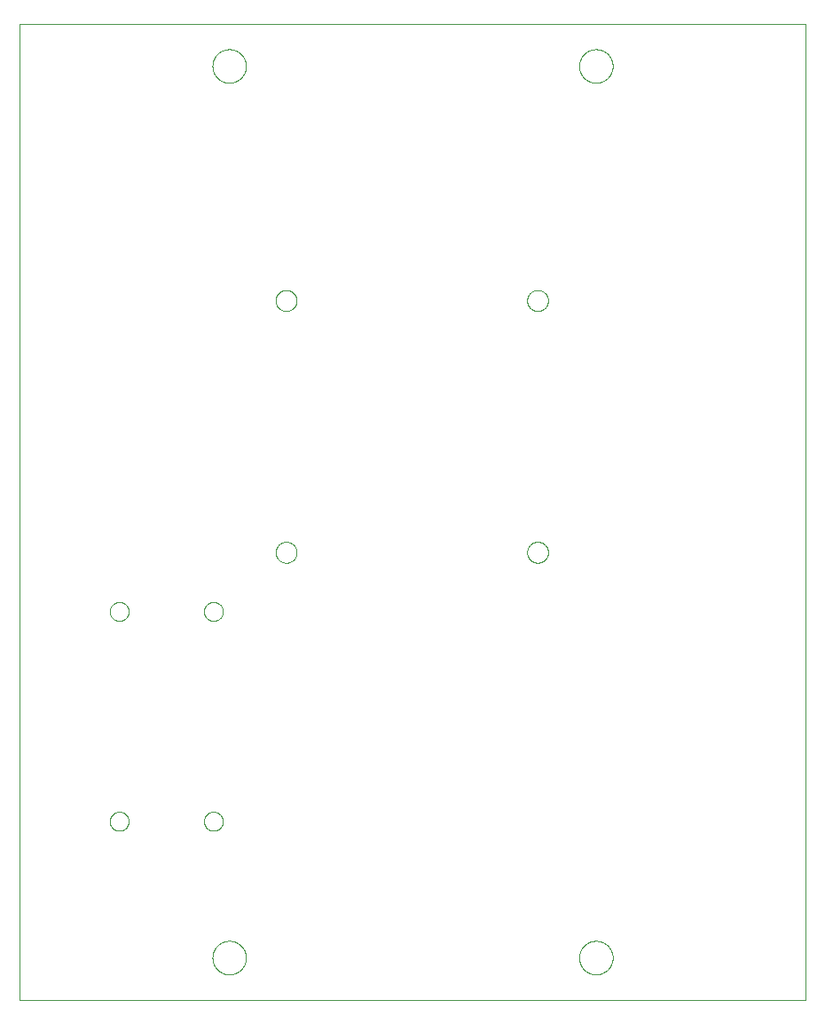
<source format=gbp>
G75*
%MOIN*%
%OFA0B0*%
%FSLAX25Y25*%
%IPPOS*%
%LPD*%
%AMOC8*
5,1,8,0,0,1.08239X$1,22.5*
%
%ADD10C,0.00000*%
D10*
X0001600Y0001600D02*
X0001600Y0367742D01*
X0296876Y0367742D01*
X0296876Y0001600D01*
X0001600Y0001600D01*
X0035468Y0068529D02*
X0035470Y0068648D01*
X0035476Y0068766D01*
X0035486Y0068884D01*
X0035500Y0069002D01*
X0035517Y0069119D01*
X0035539Y0069236D01*
X0035565Y0069352D01*
X0035594Y0069467D01*
X0035627Y0069581D01*
X0035664Y0069693D01*
X0035705Y0069805D01*
X0035750Y0069915D01*
X0035798Y0070023D01*
X0035850Y0070130D01*
X0035905Y0070235D01*
X0035964Y0070338D01*
X0036026Y0070439D01*
X0036091Y0070538D01*
X0036160Y0070635D01*
X0036232Y0070729D01*
X0036307Y0070821D01*
X0036385Y0070910D01*
X0036466Y0070997D01*
X0036550Y0071081D01*
X0036637Y0071162D01*
X0036726Y0071240D01*
X0036818Y0071315D01*
X0036912Y0071387D01*
X0037009Y0071456D01*
X0037108Y0071521D01*
X0037209Y0071583D01*
X0037312Y0071642D01*
X0037417Y0071697D01*
X0037524Y0071749D01*
X0037632Y0071797D01*
X0037742Y0071842D01*
X0037854Y0071883D01*
X0037966Y0071920D01*
X0038080Y0071953D01*
X0038195Y0071982D01*
X0038311Y0072008D01*
X0038428Y0072030D01*
X0038545Y0072047D01*
X0038663Y0072061D01*
X0038781Y0072071D01*
X0038899Y0072077D01*
X0039018Y0072079D01*
X0039137Y0072077D01*
X0039255Y0072071D01*
X0039373Y0072061D01*
X0039491Y0072047D01*
X0039608Y0072030D01*
X0039725Y0072008D01*
X0039841Y0071982D01*
X0039956Y0071953D01*
X0040070Y0071920D01*
X0040182Y0071883D01*
X0040294Y0071842D01*
X0040404Y0071797D01*
X0040512Y0071749D01*
X0040619Y0071697D01*
X0040724Y0071642D01*
X0040827Y0071583D01*
X0040928Y0071521D01*
X0041027Y0071456D01*
X0041124Y0071387D01*
X0041218Y0071315D01*
X0041310Y0071240D01*
X0041399Y0071162D01*
X0041486Y0071081D01*
X0041570Y0070997D01*
X0041651Y0070910D01*
X0041729Y0070821D01*
X0041804Y0070729D01*
X0041876Y0070635D01*
X0041945Y0070538D01*
X0042010Y0070439D01*
X0042072Y0070338D01*
X0042131Y0070235D01*
X0042186Y0070130D01*
X0042238Y0070023D01*
X0042286Y0069915D01*
X0042331Y0069805D01*
X0042372Y0069693D01*
X0042409Y0069581D01*
X0042442Y0069467D01*
X0042471Y0069352D01*
X0042497Y0069236D01*
X0042519Y0069119D01*
X0042536Y0069002D01*
X0042550Y0068884D01*
X0042560Y0068766D01*
X0042566Y0068648D01*
X0042568Y0068529D01*
X0042566Y0068410D01*
X0042560Y0068292D01*
X0042550Y0068174D01*
X0042536Y0068056D01*
X0042519Y0067939D01*
X0042497Y0067822D01*
X0042471Y0067706D01*
X0042442Y0067591D01*
X0042409Y0067477D01*
X0042372Y0067365D01*
X0042331Y0067253D01*
X0042286Y0067143D01*
X0042238Y0067035D01*
X0042186Y0066928D01*
X0042131Y0066823D01*
X0042072Y0066720D01*
X0042010Y0066619D01*
X0041945Y0066520D01*
X0041876Y0066423D01*
X0041804Y0066329D01*
X0041729Y0066237D01*
X0041651Y0066148D01*
X0041570Y0066061D01*
X0041486Y0065977D01*
X0041399Y0065896D01*
X0041310Y0065818D01*
X0041218Y0065743D01*
X0041124Y0065671D01*
X0041027Y0065602D01*
X0040928Y0065537D01*
X0040827Y0065475D01*
X0040724Y0065416D01*
X0040619Y0065361D01*
X0040512Y0065309D01*
X0040404Y0065261D01*
X0040294Y0065216D01*
X0040182Y0065175D01*
X0040070Y0065138D01*
X0039956Y0065105D01*
X0039841Y0065076D01*
X0039725Y0065050D01*
X0039608Y0065028D01*
X0039491Y0065011D01*
X0039373Y0064997D01*
X0039255Y0064987D01*
X0039137Y0064981D01*
X0039018Y0064979D01*
X0038899Y0064981D01*
X0038781Y0064987D01*
X0038663Y0064997D01*
X0038545Y0065011D01*
X0038428Y0065028D01*
X0038311Y0065050D01*
X0038195Y0065076D01*
X0038080Y0065105D01*
X0037966Y0065138D01*
X0037854Y0065175D01*
X0037742Y0065216D01*
X0037632Y0065261D01*
X0037524Y0065309D01*
X0037417Y0065361D01*
X0037312Y0065416D01*
X0037209Y0065475D01*
X0037108Y0065537D01*
X0037009Y0065602D01*
X0036912Y0065671D01*
X0036818Y0065743D01*
X0036726Y0065818D01*
X0036637Y0065896D01*
X0036550Y0065977D01*
X0036466Y0066061D01*
X0036385Y0066148D01*
X0036307Y0066237D01*
X0036232Y0066329D01*
X0036160Y0066423D01*
X0036091Y0066520D01*
X0036026Y0066619D01*
X0035964Y0066720D01*
X0035905Y0066823D01*
X0035850Y0066928D01*
X0035798Y0067035D01*
X0035750Y0067143D01*
X0035705Y0067253D01*
X0035664Y0067365D01*
X0035627Y0067477D01*
X0035594Y0067591D01*
X0035565Y0067706D01*
X0035539Y0067822D01*
X0035517Y0067939D01*
X0035500Y0068056D01*
X0035486Y0068174D01*
X0035476Y0068292D01*
X0035470Y0068410D01*
X0035468Y0068529D01*
X0070868Y0068529D02*
X0070870Y0068648D01*
X0070876Y0068766D01*
X0070886Y0068884D01*
X0070900Y0069002D01*
X0070917Y0069119D01*
X0070939Y0069236D01*
X0070965Y0069352D01*
X0070994Y0069467D01*
X0071027Y0069581D01*
X0071064Y0069693D01*
X0071105Y0069805D01*
X0071150Y0069915D01*
X0071198Y0070023D01*
X0071250Y0070130D01*
X0071305Y0070235D01*
X0071364Y0070338D01*
X0071426Y0070439D01*
X0071491Y0070538D01*
X0071560Y0070635D01*
X0071632Y0070729D01*
X0071707Y0070821D01*
X0071785Y0070910D01*
X0071866Y0070997D01*
X0071950Y0071081D01*
X0072037Y0071162D01*
X0072126Y0071240D01*
X0072218Y0071315D01*
X0072312Y0071387D01*
X0072409Y0071456D01*
X0072508Y0071521D01*
X0072609Y0071583D01*
X0072712Y0071642D01*
X0072817Y0071697D01*
X0072924Y0071749D01*
X0073032Y0071797D01*
X0073142Y0071842D01*
X0073254Y0071883D01*
X0073366Y0071920D01*
X0073480Y0071953D01*
X0073595Y0071982D01*
X0073711Y0072008D01*
X0073828Y0072030D01*
X0073945Y0072047D01*
X0074063Y0072061D01*
X0074181Y0072071D01*
X0074299Y0072077D01*
X0074418Y0072079D01*
X0074537Y0072077D01*
X0074655Y0072071D01*
X0074773Y0072061D01*
X0074891Y0072047D01*
X0075008Y0072030D01*
X0075125Y0072008D01*
X0075241Y0071982D01*
X0075356Y0071953D01*
X0075470Y0071920D01*
X0075582Y0071883D01*
X0075694Y0071842D01*
X0075804Y0071797D01*
X0075912Y0071749D01*
X0076019Y0071697D01*
X0076124Y0071642D01*
X0076227Y0071583D01*
X0076328Y0071521D01*
X0076427Y0071456D01*
X0076524Y0071387D01*
X0076618Y0071315D01*
X0076710Y0071240D01*
X0076799Y0071162D01*
X0076886Y0071081D01*
X0076970Y0070997D01*
X0077051Y0070910D01*
X0077129Y0070821D01*
X0077204Y0070729D01*
X0077276Y0070635D01*
X0077345Y0070538D01*
X0077410Y0070439D01*
X0077472Y0070338D01*
X0077531Y0070235D01*
X0077586Y0070130D01*
X0077638Y0070023D01*
X0077686Y0069915D01*
X0077731Y0069805D01*
X0077772Y0069693D01*
X0077809Y0069581D01*
X0077842Y0069467D01*
X0077871Y0069352D01*
X0077897Y0069236D01*
X0077919Y0069119D01*
X0077936Y0069002D01*
X0077950Y0068884D01*
X0077960Y0068766D01*
X0077966Y0068648D01*
X0077968Y0068529D01*
X0077966Y0068410D01*
X0077960Y0068292D01*
X0077950Y0068174D01*
X0077936Y0068056D01*
X0077919Y0067939D01*
X0077897Y0067822D01*
X0077871Y0067706D01*
X0077842Y0067591D01*
X0077809Y0067477D01*
X0077772Y0067365D01*
X0077731Y0067253D01*
X0077686Y0067143D01*
X0077638Y0067035D01*
X0077586Y0066928D01*
X0077531Y0066823D01*
X0077472Y0066720D01*
X0077410Y0066619D01*
X0077345Y0066520D01*
X0077276Y0066423D01*
X0077204Y0066329D01*
X0077129Y0066237D01*
X0077051Y0066148D01*
X0076970Y0066061D01*
X0076886Y0065977D01*
X0076799Y0065896D01*
X0076710Y0065818D01*
X0076618Y0065743D01*
X0076524Y0065671D01*
X0076427Y0065602D01*
X0076328Y0065537D01*
X0076227Y0065475D01*
X0076124Y0065416D01*
X0076019Y0065361D01*
X0075912Y0065309D01*
X0075804Y0065261D01*
X0075694Y0065216D01*
X0075582Y0065175D01*
X0075470Y0065138D01*
X0075356Y0065105D01*
X0075241Y0065076D01*
X0075125Y0065050D01*
X0075008Y0065028D01*
X0074891Y0065011D01*
X0074773Y0064997D01*
X0074655Y0064987D01*
X0074537Y0064981D01*
X0074418Y0064979D01*
X0074299Y0064981D01*
X0074181Y0064987D01*
X0074063Y0064997D01*
X0073945Y0065011D01*
X0073828Y0065028D01*
X0073711Y0065050D01*
X0073595Y0065076D01*
X0073480Y0065105D01*
X0073366Y0065138D01*
X0073254Y0065175D01*
X0073142Y0065216D01*
X0073032Y0065261D01*
X0072924Y0065309D01*
X0072817Y0065361D01*
X0072712Y0065416D01*
X0072609Y0065475D01*
X0072508Y0065537D01*
X0072409Y0065602D01*
X0072312Y0065671D01*
X0072218Y0065743D01*
X0072126Y0065818D01*
X0072037Y0065896D01*
X0071950Y0065977D01*
X0071866Y0066061D01*
X0071785Y0066148D01*
X0071707Y0066237D01*
X0071632Y0066329D01*
X0071560Y0066423D01*
X0071491Y0066520D01*
X0071426Y0066619D01*
X0071364Y0066720D01*
X0071305Y0066823D01*
X0071250Y0066928D01*
X0071198Y0067035D01*
X0071150Y0067143D01*
X0071105Y0067253D01*
X0071064Y0067365D01*
X0071027Y0067477D01*
X0070994Y0067591D01*
X0070965Y0067706D01*
X0070939Y0067822D01*
X0070917Y0067939D01*
X0070900Y0068056D01*
X0070886Y0068174D01*
X0070876Y0068292D01*
X0070870Y0068410D01*
X0070868Y0068529D01*
X0074041Y0017348D02*
X0074043Y0017506D01*
X0074049Y0017664D01*
X0074059Y0017822D01*
X0074073Y0017980D01*
X0074091Y0018137D01*
X0074112Y0018294D01*
X0074138Y0018450D01*
X0074168Y0018606D01*
X0074201Y0018761D01*
X0074239Y0018914D01*
X0074280Y0019067D01*
X0074325Y0019219D01*
X0074374Y0019370D01*
X0074427Y0019519D01*
X0074483Y0019667D01*
X0074543Y0019813D01*
X0074607Y0019958D01*
X0074675Y0020101D01*
X0074746Y0020243D01*
X0074820Y0020383D01*
X0074898Y0020520D01*
X0074980Y0020656D01*
X0075064Y0020790D01*
X0075153Y0020921D01*
X0075244Y0021050D01*
X0075339Y0021177D01*
X0075436Y0021302D01*
X0075537Y0021424D01*
X0075641Y0021543D01*
X0075748Y0021660D01*
X0075858Y0021774D01*
X0075971Y0021885D01*
X0076086Y0021994D01*
X0076204Y0022099D01*
X0076325Y0022201D01*
X0076448Y0022301D01*
X0076574Y0022397D01*
X0076702Y0022490D01*
X0076832Y0022580D01*
X0076965Y0022666D01*
X0077100Y0022750D01*
X0077236Y0022829D01*
X0077375Y0022906D01*
X0077516Y0022978D01*
X0077658Y0023048D01*
X0077802Y0023113D01*
X0077948Y0023175D01*
X0078095Y0023233D01*
X0078244Y0023288D01*
X0078394Y0023339D01*
X0078545Y0023386D01*
X0078697Y0023429D01*
X0078850Y0023468D01*
X0079005Y0023504D01*
X0079160Y0023535D01*
X0079316Y0023563D01*
X0079472Y0023587D01*
X0079629Y0023607D01*
X0079787Y0023623D01*
X0079944Y0023635D01*
X0080103Y0023643D01*
X0080261Y0023647D01*
X0080419Y0023647D01*
X0080577Y0023643D01*
X0080736Y0023635D01*
X0080893Y0023623D01*
X0081051Y0023607D01*
X0081208Y0023587D01*
X0081364Y0023563D01*
X0081520Y0023535D01*
X0081675Y0023504D01*
X0081830Y0023468D01*
X0081983Y0023429D01*
X0082135Y0023386D01*
X0082286Y0023339D01*
X0082436Y0023288D01*
X0082585Y0023233D01*
X0082732Y0023175D01*
X0082878Y0023113D01*
X0083022Y0023048D01*
X0083164Y0022978D01*
X0083305Y0022906D01*
X0083444Y0022829D01*
X0083580Y0022750D01*
X0083715Y0022666D01*
X0083848Y0022580D01*
X0083978Y0022490D01*
X0084106Y0022397D01*
X0084232Y0022301D01*
X0084355Y0022201D01*
X0084476Y0022099D01*
X0084594Y0021994D01*
X0084709Y0021885D01*
X0084822Y0021774D01*
X0084932Y0021660D01*
X0085039Y0021543D01*
X0085143Y0021424D01*
X0085244Y0021302D01*
X0085341Y0021177D01*
X0085436Y0021050D01*
X0085527Y0020921D01*
X0085616Y0020790D01*
X0085700Y0020656D01*
X0085782Y0020520D01*
X0085860Y0020383D01*
X0085934Y0020243D01*
X0086005Y0020101D01*
X0086073Y0019958D01*
X0086137Y0019813D01*
X0086197Y0019667D01*
X0086253Y0019519D01*
X0086306Y0019370D01*
X0086355Y0019219D01*
X0086400Y0019067D01*
X0086441Y0018914D01*
X0086479Y0018761D01*
X0086512Y0018606D01*
X0086542Y0018450D01*
X0086568Y0018294D01*
X0086589Y0018137D01*
X0086607Y0017980D01*
X0086621Y0017822D01*
X0086631Y0017664D01*
X0086637Y0017506D01*
X0086639Y0017348D01*
X0086637Y0017190D01*
X0086631Y0017032D01*
X0086621Y0016874D01*
X0086607Y0016716D01*
X0086589Y0016559D01*
X0086568Y0016402D01*
X0086542Y0016246D01*
X0086512Y0016090D01*
X0086479Y0015935D01*
X0086441Y0015782D01*
X0086400Y0015629D01*
X0086355Y0015477D01*
X0086306Y0015326D01*
X0086253Y0015177D01*
X0086197Y0015029D01*
X0086137Y0014883D01*
X0086073Y0014738D01*
X0086005Y0014595D01*
X0085934Y0014453D01*
X0085860Y0014313D01*
X0085782Y0014176D01*
X0085700Y0014040D01*
X0085616Y0013906D01*
X0085527Y0013775D01*
X0085436Y0013646D01*
X0085341Y0013519D01*
X0085244Y0013394D01*
X0085143Y0013272D01*
X0085039Y0013153D01*
X0084932Y0013036D01*
X0084822Y0012922D01*
X0084709Y0012811D01*
X0084594Y0012702D01*
X0084476Y0012597D01*
X0084355Y0012495D01*
X0084232Y0012395D01*
X0084106Y0012299D01*
X0083978Y0012206D01*
X0083848Y0012116D01*
X0083715Y0012030D01*
X0083580Y0011946D01*
X0083444Y0011867D01*
X0083305Y0011790D01*
X0083164Y0011718D01*
X0083022Y0011648D01*
X0082878Y0011583D01*
X0082732Y0011521D01*
X0082585Y0011463D01*
X0082436Y0011408D01*
X0082286Y0011357D01*
X0082135Y0011310D01*
X0081983Y0011267D01*
X0081830Y0011228D01*
X0081675Y0011192D01*
X0081520Y0011161D01*
X0081364Y0011133D01*
X0081208Y0011109D01*
X0081051Y0011089D01*
X0080893Y0011073D01*
X0080736Y0011061D01*
X0080577Y0011053D01*
X0080419Y0011049D01*
X0080261Y0011049D01*
X0080103Y0011053D01*
X0079944Y0011061D01*
X0079787Y0011073D01*
X0079629Y0011089D01*
X0079472Y0011109D01*
X0079316Y0011133D01*
X0079160Y0011161D01*
X0079005Y0011192D01*
X0078850Y0011228D01*
X0078697Y0011267D01*
X0078545Y0011310D01*
X0078394Y0011357D01*
X0078244Y0011408D01*
X0078095Y0011463D01*
X0077948Y0011521D01*
X0077802Y0011583D01*
X0077658Y0011648D01*
X0077516Y0011718D01*
X0077375Y0011790D01*
X0077236Y0011867D01*
X0077100Y0011946D01*
X0076965Y0012030D01*
X0076832Y0012116D01*
X0076702Y0012206D01*
X0076574Y0012299D01*
X0076448Y0012395D01*
X0076325Y0012495D01*
X0076204Y0012597D01*
X0076086Y0012702D01*
X0075971Y0012811D01*
X0075858Y0012922D01*
X0075748Y0013036D01*
X0075641Y0013153D01*
X0075537Y0013272D01*
X0075436Y0013394D01*
X0075339Y0013519D01*
X0075244Y0013646D01*
X0075153Y0013775D01*
X0075064Y0013906D01*
X0074980Y0014040D01*
X0074898Y0014176D01*
X0074820Y0014313D01*
X0074746Y0014453D01*
X0074675Y0014595D01*
X0074607Y0014738D01*
X0074543Y0014883D01*
X0074483Y0015029D01*
X0074427Y0015177D01*
X0074374Y0015326D01*
X0074325Y0015477D01*
X0074280Y0015629D01*
X0074239Y0015782D01*
X0074201Y0015935D01*
X0074168Y0016090D01*
X0074138Y0016246D01*
X0074112Y0016402D01*
X0074091Y0016559D01*
X0074073Y0016716D01*
X0074059Y0016874D01*
X0074049Y0017032D01*
X0074043Y0017190D01*
X0074041Y0017348D01*
X0070868Y0147269D02*
X0070870Y0147388D01*
X0070876Y0147506D01*
X0070886Y0147624D01*
X0070900Y0147742D01*
X0070917Y0147859D01*
X0070939Y0147976D01*
X0070965Y0148092D01*
X0070994Y0148207D01*
X0071027Y0148321D01*
X0071064Y0148433D01*
X0071105Y0148545D01*
X0071150Y0148655D01*
X0071198Y0148763D01*
X0071250Y0148870D01*
X0071305Y0148975D01*
X0071364Y0149078D01*
X0071426Y0149179D01*
X0071491Y0149278D01*
X0071560Y0149375D01*
X0071632Y0149469D01*
X0071707Y0149561D01*
X0071785Y0149650D01*
X0071866Y0149737D01*
X0071950Y0149821D01*
X0072037Y0149902D01*
X0072126Y0149980D01*
X0072218Y0150055D01*
X0072312Y0150127D01*
X0072409Y0150196D01*
X0072508Y0150261D01*
X0072609Y0150323D01*
X0072712Y0150382D01*
X0072817Y0150437D01*
X0072924Y0150489D01*
X0073032Y0150537D01*
X0073142Y0150582D01*
X0073254Y0150623D01*
X0073366Y0150660D01*
X0073480Y0150693D01*
X0073595Y0150722D01*
X0073711Y0150748D01*
X0073828Y0150770D01*
X0073945Y0150787D01*
X0074063Y0150801D01*
X0074181Y0150811D01*
X0074299Y0150817D01*
X0074418Y0150819D01*
X0074537Y0150817D01*
X0074655Y0150811D01*
X0074773Y0150801D01*
X0074891Y0150787D01*
X0075008Y0150770D01*
X0075125Y0150748D01*
X0075241Y0150722D01*
X0075356Y0150693D01*
X0075470Y0150660D01*
X0075582Y0150623D01*
X0075694Y0150582D01*
X0075804Y0150537D01*
X0075912Y0150489D01*
X0076019Y0150437D01*
X0076124Y0150382D01*
X0076227Y0150323D01*
X0076328Y0150261D01*
X0076427Y0150196D01*
X0076524Y0150127D01*
X0076618Y0150055D01*
X0076710Y0149980D01*
X0076799Y0149902D01*
X0076886Y0149821D01*
X0076970Y0149737D01*
X0077051Y0149650D01*
X0077129Y0149561D01*
X0077204Y0149469D01*
X0077276Y0149375D01*
X0077345Y0149278D01*
X0077410Y0149179D01*
X0077472Y0149078D01*
X0077531Y0148975D01*
X0077586Y0148870D01*
X0077638Y0148763D01*
X0077686Y0148655D01*
X0077731Y0148545D01*
X0077772Y0148433D01*
X0077809Y0148321D01*
X0077842Y0148207D01*
X0077871Y0148092D01*
X0077897Y0147976D01*
X0077919Y0147859D01*
X0077936Y0147742D01*
X0077950Y0147624D01*
X0077960Y0147506D01*
X0077966Y0147388D01*
X0077968Y0147269D01*
X0077966Y0147150D01*
X0077960Y0147032D01*
X0077950Y0146914D01*
X0077936Y0146796D01*
X0077919Y0146679D01*
X0077897Y0146562D01*
X0077871Y0146446D01*
X0077842Y0146331D01*
X0077809Y0146217D01*
X0077772Y0146105D01*
X0077731Y0145993D01*
X0077686Y0145883D01*
X0077638Y0145775D01*
X0077586Y0145668D01*
X0077531Y0145563D01*
X0077472Y0145460D01*
X0077410Y0145359D01*
X0077345Y0145260D01*
X0077276Y0145163D01*
X0077204Y0145069D01*
X0077129Y0144977D01*
X0077051Y0144888D01*
X0076970Y0144801D01*
X0076886Y0144717D01*
X0076799Y0144636D01*
X0076710Y0144558D01*
X0076618Y0144483D01*
X0076524Y0144411D01*
X0076427Y0144342D01*
X0076328Y0144277D01*
X0076227Y0144215D01*
X0076124Y0144156D01*
X0076019Y0144101D01*
X0075912Y0144049D01*
X0075804Y0144001D01*
X0075694Y0143956D01*
X0075582Y0143915D01*
X0075470Y0143878D01*
X0075356Y0143845D01*
X0075241Y0143816D01*
X0075125Y0143790D01*
X0075008Y0143768D01*
X0074891Y0143751D01*
X0074773Y0143737D01*
X0074655Y0143727D01*
X0074537Y0143721D01*
X0074418Y0143719D01*
X0074299Y0143721D01*
X0074181Y0143727D01*
X0074063Y0143737D01*
X0073945Y0143751D01*
X0073828Y0143768D01*
X0073711Y0143790D01*
X0073595Y0143816D01*
X0073480Y0143845D01*
X0073366Y0143878D01*
X0073254Y0143915D01*
X0073142Y0143956D01*
X0073032Y0144001D01*
X0072924Y0144049D01*
X0072817Y0144101D01*
X0072712Y0144156D01*
X0072609Y0144215D01*
X0072508Y0144277D01*
X0072409Y0144342D01*
X0072312Y0144411D01*
X0072218Y0144483D01*
X0072126Y0144558D01*
X0072037Y0144636D01*
X0071950Y0144717D01*
X0071866Y0144801D01*
X0071785Y0144888D01*
X0071707Y0144977D01*
X0071632Y0145069D01*
X0071560Y0145163D01*
X0071491Y0145260D01*
X0071426Y0145359D01*
X0071364Y0145460D01*
X0071305Y0145563D01*
X0071250Y0145668D01*
X0071198Y0145775D01*
X0071150Y0145883D01*
X0071105Y0145993D01*
X0071064Y0146105D01*
X0071027Y0146217D01*
X0070994Y0146331D01*
X0070965Y0146446D01*
X0070939Y0146562D01*
X0070917Y0146679D01*
X0070900Y0146796D01*
X0070886Y0146914D01*
X0070876Y0147032D01*
X0070870Y0147150D01*
X0070868Y0147269D01*
X0035468Y0147269D02*
X0035470Y0147388D01*
X0035476Y0147506D01*
X0035486Y0147624D01*
X0035500Y0147742D01*
X0035517Y0147859D01*
X0035539Y0147976D01*
X0035565Y0148092D01*
X0035594Y0148207D01*
X0035627Y0148321D01*
X0035664Y0148433D01*
X0035705Y0148545D01*
X0035750Y0148655D01*
X0035798Y0148763D01*
X0035850Y0148870D01*
X0035905Y0148975D01*
X0035964Y0149078D01*
X0036026Y0149179D01*
X0036091Y0149278D01*
X0036160Y0149375D01*
X0036232Y0149469D01*
X0036307Y0149561D01*
X0036385Y0149650D01*
X0036466Y0149737D01*
X0036550Y0149821D01*
X0036637Y0149902D01*
X0036726Y0149980D01*
X0036818Y0150055D01*
X0036912Y0150127D01*
X0037009Y0150196D01*
X0037108Y0150261D01*
X0037209Y0150323D01*
X0037312Y0150382D01*
X0037417Y0150437D01*
X0037524Y0150489D01*
X0037632Y0150537D01*
X0037742Y0150582D01*
X0037854Y0150623D01*
X0037966Y0150660D01*
X0038080Y0150693D01*
X0038195Y0150722D01*
X0038311Y0150748D01*
X0038428Y0150770D01*
X0038545Y0150787D01*
X0038663Y0150801D01*
X0038781Y0150811D01*
X0038899Y0150817D01*
X0039018Y0150819D01*
X0039137Y0150817D01*
X0039255Y0150811D01*
X0039373Y0150801D01*
X0039491Y0150787D01*
X0039608Y0150770D01*
X0039725Y0150748D01*
X0039841Y0150722D01*
X0039956Y0150693D01*
X0040070Y0150660D01*
X0040182Y0150623D01*
X0040294Y0150582D01*
X0040404Y0150537D01*
X0040512Y0150489D01*
X0040619Y0150437D01*
X0040724Y0150382D01*
X0040827Y0150323D01*
X0040928Y0150261D01*
X0041027Y0150196D01*
X0041124Y0150127D01*
X0041218Y0150055D01*
X0041310Y0149980D01*
X0041399Y0149902D01*
X0041486Y0149821D01*
X0041570Y0149737D01*
X0041651Y0149650D01*
X0041729Y0149561D01*
X0041804Y0149469D01*
X0041876Y0149375D01*
X0041945Y0149278D01*
X0042010Y0149179D01*
X0042072Y0149078D01*
X0042131Y0148975D01*
X0042186Y0148870D01*
X0042238Y0148763D01*
X0042286Y0148655D01*
X0042331Y0148545D01*
X0042372Y0148433D01*
X0042409Y0148321D01*
X0042442Y0148207D01*
X0042471Y0148092D01*
X0042497Y0147976D01*
X0042519Y0147859D01*
X0042536Y0147742D01*
X0042550Y0147624D01*
X0042560Y0147506D01*
X0042566Y0147388D01*
X0042568Y0147269D01*
X0042566Y0147150D01*
X0042560Y0147032D01*
X0042550Y0146914D01*
X0042536Y0146796D01*
X0042519Y0146679D01*
X0042497Y0146562D01*
X0042471Y0146446D01*
X0042442Y0146331D01*
X0042409Y0146217D01*
X0042372Y0146105D01*
X0042331Y0145993D01*
X0042286Y0145883D01*
X0042238Y0145775D01*
X0042186Y0145668D01*
X0042131Y0145563D01*
X0042072Y0145460D01*
X0042010Y0145359D01*
X0041945Y0145260D01*
X0041876Y0145163D01*
X0041804Y0145069D01*
X0041729Y0144977D01*
X0041651Y0144888D01*
X0041570Y0144801D01*
X0041486Y0144717D01*
X0041399Y0144636D01*
X0041310Y0144558D01*
X0041218Y0144483D01*
X0041124Y0144411D01*
X0041027Y0144342D01*
X0040928Y0144277D01*
X0040827Y0144215D01*
X0040724Y0144156D01*
X0040619Y0144101D01*
X0040512Y0144049D01*
X0040404Y0144001D01*
X0040294Y0143956D01*
X0040182Y0143915D01*
X0040070Y0143878D01*
X0039956Y0143845D01*
X0039841Y0143816D01*
X0039725Y0143790D01*
X0039608Y0143768D01*
X0039491Y0143751D01*
X0039373Y0143737D01*
X0039255Y0143727D01*
X0039137Y0143721D01*
X0039018Y0143719D01*
X0038899Y0143721D01*
X0038781Y0143727D01*
X0038663Y0143737D01*
X0038545Y0143751D01*
X0038428Y0143768D01*
X0038311Y0143790D01*
X0038195Y0143816D01*
X0038080Y0143845D01*
X0037966Y0143878D01*
X0037854Y0143915D01*
X0037742Y0143956D01*
X0037632Y0144001D01*
X0037524Y0144049D01*
X0037417Y0144101D01*
X0037312Y0144156D01*
X0037209Y0144215D01*
X0037108Y0144277D01*
X0037009Y0144342D01*
X0036912Y0144411D01*
X0036818Y0144483D01*
X0036726Y0144558D01*
X0036637Y0144636D01*
X0036550Y0144717D01*
X0036466Y0144801D01*
X0036385Y0144888D01*
X0036307Y0144977D01*
X0036232Y0145069D01*
X0036160Y0145163D01*
X0036091Y0145260D01*
X0036026Y0145359D01*
X0035964Y0145460D01*
X0035905Y0145563D01*
X0035850Y0145668D01*
X0035798Y0145775D01*
X0035750Y0145883D01*
X0035705Y0145993D01*
X0035664Y0146105D01*
X0035627Y0146217D01*
X0035594Y0146331D01*
X0035565Y0146446D01*
X0035539Y0146562D01*
X0035517Y0146679D01*
X0035500Y0146796D01*
X0035486Y0146914D01*
X0035476Y0147032D01*
X0035470Y0147150D01*
X0035468Y0147269D01*
X0097801Y0169474D02*
X0097803Y0169599D01*
X0097809Y0169724D01*
X0097819Y0169848D01*
X0097833Y0169972D01*
X0097850Y0170096D01*
X0097872Y0170219D01*
X0097898Y0170341D01*
X0097927Y0170463D01*
X0097960Y0170583D01*
X0097998Y0170702D01*
X0098038Y0170821D01*
X0098083Y0170937D01*
X0098131Y0171052D01*
X0098183Y0171166D01*
X0098239Y0171278D01*
X0098298Y0171388D01*
X0098360Y0171496D01*
X0098426Y0171603D01*
X0098495Y0171707D01*
X0098568Y0171808D01*
X0098643Y0171908D01*
X0098722Y0172005D01*
X0098804Y0172099D01*
X0098889Y0172191D01*
X0098976Y0172280D01*
X0099067Y0172366D01*
X0099160Y0172449D01*
X0099256Y0172530D01*
X0099354Y0172607D01*
X0099454Y0172681D01*
X0099557Y0172752D01*
X0099662Y0172819D01*
X0099770Y0172884D01*
X0099879Y0172944D01*
X0099990Y0173002D01*
X0100103Y0173055D01*
X0100217Y0173105D01*
X0100333Y0173152D01*
X0100450Y0173194D01*
X0100569Y0173233D01*
X0100689Y0173269D01*
X0100810Y0173300D01*
X0100932Y0173328D01*
X0101054Y0173351D01*
X0101178Y0173371D01*
X0101302Y0173387D01*
X0101426Y0173399D01*
X0101551Y0173407D01*
X0101676Y0173411D01*
X0101800Y0173411D01*
X0101925Y0173407D01*
X0102050Y0173399D01*
X0102174Y0173387D01*
X0102298Y0173371D01*
X0102422Y0173351D01*
X0102544Y0173328D01*
X0102666Y0173300D01*
X0102787Y0173269D01*
X0102907Y0173233D01*
X0103026Y0173194D01*
X0103143Y0173152D01*
X0103259Y0173105D01*
X0103373Y0173055D01*
X0103486Y0173002D01*
X0103597Y0172944D01*
X0103707Y0172884D01*
X0103814Y0172819D01*
X0103919Y0172752D01*
X0104022Y0172681D01*
X0104122Y0172607D01*
X0104220Y0172530D01*
X0104316Y0172449D01*
X0104409Y0172366D01*
X0104500Y0172280D01*
X0104587Y0172191D01*
X0104672Y0172099D01*
X0104754Y0172005D01*
X0104833Y0171908D01*
X0104908Y0171808D01*
X0104981Y0171707D01*
X0105050Y0171603D01*
X0105116Y0171496D01*
X0105178Y0171388D01*
X0105237Y0171278D01*
X0105293Y0171166D01*
X0105345Y0171052D01*
X0105393Y0170937D01*
X0105438Y0170821D01*
X0105478Y0170702D01*
X0105516Y0170583D01*
X0105549Y0170463D01*
X0105578Y0170341D01*
X0105604Y0170219D01*
X0105626Y0170096D01*
X0105643Y0169972D01*
X0105657Y0169848D01*
X0105667Y0169724D01*
X0105673Y0169599D01*
X0105675Y0169474D01*
X0105673Y0169349D01*
X0105667Y0169224D01*
X0105657Y0169100D01*
X0105643Y0168976D01*
X0105626Y0168852D01*
X0105604Y0168729D01*
X0105578Y0168607D01*
X0105549Y0168485D01*
X0105516Y0168365D01*
X0105478Y0168246D01*
X0105438Y0168127D01*
X0105393Y0168011D01*
X0105345Y0167896D01*
X0105293Y0167782D01*
X0105237Y0167670D01*
X0105178Y0167560D01*
X0105116Y0167452D01*
X0105050Y0167345D01*
X0104981Y0167241D01*
X0104908Y0167140D01*
X0104833Y0167040D01*
X0104754Y0166943D01*
X0104672Y0166849D01*
X0104587Y0166757D01*
X0104500Y0166668D01*
X0104409Y0166582D01*
X0104316Y0166499D01*
X0104220Y0166418D01*
X0104122Y0166341D01*
X0104022Y0166267D01*
X0103919Y0166196D01*
X0103814Y0166129D01*
X0103706Y0166064D01*
X0103597Y0166004D01*
X0103486Y0165946D01*
X0103373Y0165893D01*
X0103259Y0165843D01*
X0103143Y0165796D01*
X0103026Y0165754D01*
X0102907Y0165715D01*
X0102787Y0165679D01*
X0102666Y0165648D01*
X0102544Y0165620D01*
X0102422Y0165597D01*
X0102298Y0165577D01*
X0102174Y0165561D01*
X0102050Y0165549D01*
X0101925Y0165541D01*
X0101800Y0165537D01*
X0101676Y0165537D01*
X0101551Y0165541D01*
X0101426Y0165549D01*
X0101302Y0165561D01*
X0101178Y0165577D01*
X0101054Y0165597D01*
X0100932Y0165620D01*
X0100810Y0165648D01*
X0100689Y0165679D01*
X0100569Y0165715D01*
X0100450Y0165754D01*
X0100333Y0165796D01*
X0100217Y0165843D01*
X0100103Y0165893D01*
X0099990Y0165946D01*
X0099879Y0166004D01*
X0099769Y0166064D01*
X0099662Y0166129D01*
X0099557Y0166196D01*
X0099454Y0166267D01*
X0099354Y0166341D01*
X0099256Y0166418D01*
X0099160Y0166499D01*
X0099067Y0166582D01*
X0098976Y0166668D01*
X0098889Y0166757D01*
X0098804Y0166849D01*
X0098722Y0166943D01*
X0098643Y0167040D01*
X0098568Y0167140D01*
X0098495Y0167241D01*
X0098426Y0167345D01*
X0098360Y0167452D01*
X0098298Y0167560D01*
X0098239Y0167670D01*
X0098183Y0167782D01*
X0098131Y0167896D01*
X0098083Y0168011D01*
X0098038Y0168127D01*
X0097998Y0168246D01*
X0097960Y0168365D01*
X0097927Y0168485D01*
X0097898Y0168607D01*
X0097872Y0168729D01*
X0097850Y0168852D01*
X0097833Y0168976D01*
X0097819Y0169100D01*
X0097809Y0169224D01*
X0097803Y0169349D01*
X0097801Y0169474D01*
X0097801Y0263962D02*
X0097803Y0264087D01*
X0097809Y0264212D01*
X0097819Y0264336D01*
X0097833Y0264460D01*
X0097850Y0264584D01*
X0097872Y0264707D01*
X0097898Y0264829D01*
X0097927Y0264951D01*
X0097960Y0265071D01*
X0097998Y0265190D01*
X0098038Y0265309D01*
X0098083Y0265425D01*
X0098131Y0265540D01*
X0098183Y0265654D01*
X0098239Y0265766D01*
X0098298Y0265876D01*
X0098360Y0265984D01*
X0098426Y0266091D01*
X0098495Y0266195D01*
X0098568Y0266296D01*
X0098643Y0266396D01*
X0098722Y0266493D01*
X0098804Y0266587D01*
X0098889Y0266679D01*
X0098976Y0266768D01*
X0099067Y0266854D01*
X0099160Y0266937D01*
X0099256Y0267018D01*
X0099354Y0267095D01*
X0099454Y0267169D01*
X0099557Y0267240D01*
X0099662Y0267307D01*
X0099770Y0267372D01*
X0099879Y0267432D01*
X0099990Y0267490D01*
X0100103Y0267543D01*
X0100217Y0267593D01*
X0100333Y0267640D01*
X0100450Y0267682D01*
X0100569Y0267721D01*
X0100689Y0267757D01*
X0100810Y0267788D01*
X0100932Y0267816D01*
X0101054Y0267839D01*
X0101178Y0267859D01*
X0101302Y0267875D01*
X0101426Y0267887D01*
X0101551Y0267895D01*
X0101676Y0267899D01*
X0101800Y0267899D01*
X0101925Y0267895D01*
X0102050Y0267887D01*
X0102174Y0267875D01*
X0102298Y0267859D01*
X0102422Y0267839D01*
X0102544Y0267816D01*
X0102666Y0267788D01*
X0102787Y0267757D01*
X0102907Y0267721D01*
X0103026Y0267682D01*
X0103143Y0267640D01*
X0103259Y0267593D01*
X0103373Y0267543D01*
X0103486Y0267490D01*
X0103597Y0267432D01*
X0103707Y0267372D01*
X0103814Y0267307D01*
X0103919Y0267240D01*
X0104022Y0267169D01*
X0104122Y0267095D01*
X0104220Y0267018D01*
X0104316Y0266937D01*
X0104409Y0266854D01*
X0104500Y0266768D01*
X0104587Y0266679D01*
X0104672Y0266587D01*
X0104754Y0266493D01*
X0104833Y0266396D01*
X0104908Y0266296D01*
X0104981Y0266195D01*
X0105050Y0266091D01*
X0105116Y0265984D01*
X0105178Y0265876D01*
X0105237Y0265766D01*
X0105293Y0265654D01*
X0105345Y0265540D01*
X0105393Y0265425D01*
X0105438Y0265309D01*
X0105478Y0265190D01*
X0105516Y0265071D01*
X0105549Y0264951D01*
X0105578Y0264829D01*
X0105604Y0264707D01*
X0105626Y0264584D01*
X0105643Y0264460D01*
X0105657Y0264336D01*
X0105667Y0264212D01*
X0105673Y0264087D01*
X0105675Y0263962D01*
X0105673Y0263837D01*
X0105667Y0263712D01*
X0105657Y0263588D01*
X0105643Y0263464D01*
X0105626Y0263340D01*
X0105604Y0263217D01*
X0105578Y0263095D01*
X0105549Y0262973D01*
X0105516Y0262853D01*
X0105478Y0262734D01*
X0105438Y0262615D01*
X0105393Y0262499D01*
X0105345Y0262384D01*
X0105293Y0262270D01*
X0105237Y0262158D01*
X0105178Y0262048D01*
X0105116Y0261940D01*
X0105050Y0261833D01*
X0104981Y0261729D01*
X0104908Y0261628D01*
X0104833Y0261528D01*
X0104754Y0261431D01*
X0104672Y0261337D01*
X0104587Y0261245D01*
X0104500Y0261156D01*
X0104409Y0261070D01*
X0104316Y0260987D01*
X0104220Y0260906D01*
X0104122Y0260829D01*
X0104022Y0260755D01*
X0103919Y0260684D01*
X0103814Y0260617D01*
X0103706Y0260552D01*
X0103597Y0260492D01*
X0103486Y0260434D01*
X0103373Y0260381D01*
X0103259Y0260331D01*
X0103143Y0260284D01*
X0103026Y0260242D01*
X0102907Y0260203D01*
X0102787Y0260167D01*
X0102666Y0260136D01*
X0102544Y0260108D01*
X0102422Y0260085D01*
X0102298Y0260065D01*
X0102174Y0260049D01*
X0102050Y0260037D01*
X0101925Y0260029D01*
X0101800Y0260025D01*
X0101676Y0260025D01*
X0101551Y0260029D01*
X0101426Y0260037D01*
X0101302Y0260049D01*
X0101178Y0260065D01*
X0101054Y0260085D01*
X0100932Y0260108D01*
X0100810Y0260136D01*
X0100689Y0260167D01*
X0100569Y0260203D01*
X0100450Y0260242D01*
X0100333Y0260284D01*
X0100217Y0260331D01*
X0100103Y0260381D01*
X0099990Y0260434D01*
X0099879Y0260492D01*
X0099769Y0260552D01*
X0099662Y0260617D01*
X0099557Y0260684D01*
X0099454Y0260755D01*
X0099354Y0260829D01*
X0099256Y0260906D01*
X0099160Y0260987D01*
X0099067Y0261070D01*
X0098976Y0261156D01*
X0098889Y0261245D01*
X0098804Y0261337D01*
X0098722Y0261431D01*
X0098643Y0261528D01*
X0098568Y0261628D01*
X0098495Y0261729D01*
X0098426Y0261833D01*
X0098360Y0261940D01*
X0098298Y0262048D01*
X0098239Y0262158D01*
X0098183Y0262270D01*
X0098131Y0262384D01*
X0098083Y0262499D01*
X0098038Y0262615D01*
X0097998Y0262734D01*
X0097960Y0262853D01*
X0097927Y0262973D01*
X0097898Y0263095D01*
X0097872Y0263217D01*
X0097850Y0263340D01*
X0097833Y0263464D01*
X0097819Y0263588D01*
X0097809Y0263712D01*
X0097803Y0263837D01*
X0097801Y0263962D01*
X0074041Y0351994D02*
X0074043Y0352152D01*
X0074049Y0352310D01*
X0074059Y0352468D01*
X0074073Y0352626D01*
X0074091Y0352783D01*
X0074112Y0352940D01*
X0074138Y0353096D01*
X0074168Y0353252D01*
X0074201Y0353407D01*
X0074239Y0353560D01*
X0074280Y0353713D01*
X0074325Y0353865D01*
X0074374Y0354016D01*
X0074427Y0354165D01*
X0074483Y0354313D01*
X0074543Y0354459D01*
X0074607Y0354604D01*
X0074675Y0354747D01*
X0074746Y0354889D01*
X0074820Y0355029D01*
X0074898Y0355166D01*
X0074980Y0355302D01*
X0075064Y0355436D01*
X0075153Y0355567D01*
X0075244Y0355696D01*
X0075339Y0355823D01*
X0075436Y0355948D01*
X0075537Y0356070D01*
X0075641Y0356189D01*
X0075748Y0356306D01*
X0075858Y0356420D01*
X0075971Y0356531D01*
X0076086Y0356640D01*
X0076204Y0356745D01*
X0076325Y0356847D01*
X0076448Y0356947D01*
X0076574Y0357043D01*
X0076702Y0357136D01*
X0076832Y0357226D01*
X0076965Y0357312D01*
X0077100Y0357396D01*
X0077236Y0357475D01*
X0077375Y0357552D01*
X0077516Y0357624D01*
X0077658Y0357694D01*
X0077802Y0357759D01*
X0077948Y0357821D01*
X0078095Y0357879D01*
X0078244Y0357934D01*
X0078394Y0357985D01*
X0078545Y0358032D01*
X0078697Y0358075D01*
X0078850Y0358114D01*
X0079005Y0358150D01*
X0079160Y0358181D01*
X0079316Y0358209D01*
X0079472Y0358233D01*
X0079629Y0358253D01*
X0079787Y0358269D01*
X0079944Y0358281D01*
X0080103Y0358289D01*
X0080261Y0358293D01*
X0080419Y0358293D01*
X0080577Y0358289D01*
X0080736Y0358281D01*
X0080893Y0358269D01*
X0081051Y0358253D01*
X0081208Y0358233D01*
X0081364Y0358209D01*
X0081520Y0358181D01*
X0081675Y0358150D01*
X0081830Y0358114D01*
X0081983Y0358075D01*
X0082135Y0358032D01*
X0082286Y0357985D01*
X0082436Y0357934D01*
X0082585Y0357879D01*
X0082732Y0357821D01*
X0082878Y0357759D01*
X0083022Y0357694D01*
X0083164Y0357624D01*
X0083305Y0357552D01*
X0083444Y0357475D01*
X0083580Y0357396D01*
X0083715Y0357312D01*
X0083848Y0357226D01*
X0083978Y0357136D01*
X0084106Y0357043D01*
X0084232Y0356947D01*
X0084355Y0356847D01*
X0084476Y0356745D01*
X0084594Y0356640D01*
X0084709Y0356531D01*
X0084822Y0356420D01*
X0084932Y0356306D01*
X0085039Y0356189D01*
X0085143Y0356070D01*
X0085244Y0355948D01*
X0085341Y0355823D01*
X0085436Y0355696D01*
X0085527Y0355567D01*
X0085616Y0355436D01*
X0085700Y0355302D01*
X0085782Y0355166D01*
X0085860Y0355029D01*
X0085934Y0354889D01*
X0086005Y0354747D01*
X0086073Y0354604D01*
X0086137Y0354459D01*
X0086197Y0354313D01*
X0086253Y0354165D01*
X0086306Y0354016D01*
X0086355Y0353865D01*
X0086400Y0353713D01*
X0086441Y0353560D01*
X0086479Y0353407D01*
X0086512Y0353252D01*
X0086542Y0353096D01*
X0086568Y0352940D01*
X0086589Y0352783D01*
X0086607Y0352626D01*
X0086621Y0352468D01*
X0086631Y0352310D01*
X0086637Y0352152D01*
X0086639Y0351994D01*
X0086637Y0351836D01*
X0086631Y0351678D01*
X0086621Y0351520D01*
X0086607Y0351362D01*
X0086589Y0351205D01*
X0086568Y0351048D01*
X0086542Y0350892D01*
X0086512Y0350736D01*
X0086479Y0350581D01*
X0086441Y0350428D01*
X0086400Y0350275D01*
X0086355Y0350123D01*
X0086306Y0349972D01*
X0086253Y0349823D01*
X0086197Y0349675D01*
X0086137Y0349529D01*
X0086073Y0349384D01*
X0086005Y0349241D01*
X0085934Y0349099D01*
X0085860Y0348959D01*
X0085782Y0348822D01*
X0085700Y0348686D01*
X0085616Y0348552D01*
X0085527Y0348421D01*
X0085436Y0348292D01*
X0085341Y0348165D01*
X0085244Y0348040D01*
X0085143Y0347918D01*
X0085039Y0347799D01*
X0084932Y0347682D01*
X0084822Y0347568D01*
X0084709Y0347457D01*
X0084594Y0347348D01*
X0084476Y0347243D01*
X0084355Y0347141D01*
X0084232Y0347041D01*
X0084106Y0346945D01*
X0083978Y0346852D01*
X0083848Y0346762D01*
X0083715Y0346676D01*
X0083580Y0346592D01*
X0083444Y0346513D01*
X0083305Y0346436D01*
X0083164Y0346364D01*
X0083022Y0346294D01*
X0082878Y0346229D01*
X0082732Y0346167D01*
X0082585Y0346109D01*
X0082436Y0346054D01*
X0082286Y0346003D01*
X0082135Y0345956D01*
X0081983Y0345913D01*
X0081830Y0345874D01*
X0081675Y0345838D01*
X0081520Y0345807D01*
X0081364Y0345779D01*
X0081208Y0345755D01*
X0081051Y0345735D01*
X0080893Y0345719D01*
X0080736Y0345707D01*
X0080577Y0345699D01*
X0080419Y0345695D01*
X0080261Y0345695D01*
X0080103Y0345699D01*
X0079944Y0345707D01*
X0079787Y0345719D01*
X0079629Y0345735D01*
X0079472Y0345755D01*
X0079316Y0345779D01*
X0079160Y0345807D01*
X0079005Y0345838D01*
X0078850Y0345874D01*
X0078697Y0345913D01*
X0078545Y0345956D01*
X0078394Y0346003D01*
X0078244Y0346054D01*
X0078095Y0346109D01*
X0077948Y0346167D01*
X0077802Y0346229D01*
X0077658Y0346294D01*
X0077516Y0346364D01*
X0077375Y0346436D01*
X0077236Y0346513D01*
X0077100Y0346592D01*
X0076965Y0346676D01*
X0076832Y0346762D01*
X0076702Y0346852D01*
X0076574Y0346945D01*
X0076448Y0347041D01*
X0076325Y0347141D01*
X0076204Y0347243D01*
X0076086Y0347348D01*
X0075971Y0347457D01*
X0075858Y0347568D01*
X0075748Y0347682D01*
X0075641Y0347799D01*
X0075537Y0347918D01*
X0075436Y0348040D01*
X0075339Y0348165D01*
X0075244Y0348292D01*
X0075153Y0348421D01*
X0075064Y0348552D01*
X0074980Y0348686D01*
X0074898Y0348822D01*
X0074820Y0348959D01*
X0074746Y0349099D01*
X0074675Y0349241D01*
X0074607Y0349384D01*
X0074543Y0349529D01*
X0074483Y0349675D01*
X0074427Y0349823D01*
X0074374Y0349972D01*
X0074325Y0350123D01*
X0074280Y0350275D01*
X0074239Y0350428D01*
X0074201Y0350581D01*
X0074168Y0350736D01*
X0074138Y0350892D01*
X0074112Y0351048D01*
X0074091Y0351205D01*
X0074073Y0351362D01*
X0074059Y0351520D01*
X0074049Y0351678D01*
X0074043Y0351836D01*
X0074041Y0351994D01*
X0192289Y0263962D02*
X0192291Y0264087D01*
X0192297Y0264212D01*
X0192307Y0264336D01*
X0192321Y0264460D01*
X0192338Y0264584D01*
X0192360Y0264707D01*
X0192386Y0264829D01*
X0192415Y0264951D01*
X0192448Y0265071D01*
X0192486Y0265190D01*
X0192526Y0265309D01*
X0192571Y0265425D01*
X0192619Y0265540D01*
X0192671Y0265654D01*
X0192727Y0265766D01*
X0192786Y0265876D01*
X0192848Y0265984D01*
X0192914Y0266091D01*
X0192983Y0266195D01*
X0193056Y0266296D01*
X0193131Y0266396D01*
X0193210Y0266493D01*
X0193292Y0266587D01*
X0193377Y0266679D01*
X0193464Y0266768D01*
X0193555Y0266854D01*
X0193648Y0266937D01*
X0193744Y0267018D01*
X0193842Y0267095D01*
X0193942Y0267169D01*
X0194045Y0267240D01*
X0194150Y0267307D01*
X0194258Y0267372D01*
X0194367Y0267432D01*
X0194478Y0267490D01*
X0194591Y0267543D01*
X0194705Y0267593D01*
X0194821Y0267640D01*
X0194938Y0267682D01*
X0195057Y0267721D01*
X0195177Y0267757D01*
X0195298Y0267788D01*
X0195420Y0267816D01*
X0195542Y0267839D01*
X0195666Y0267859D01*
X0195790Y0267875D01*
X0195914Y0267887D01*
X0196039Y0267895D01*
X0196164Y0267899D01*
X0196288Y0267899D01*
X0196413Y0267895D01*
X0196538Y0267887D01*
X0196662Y0267875D01*
X0196786Y0267859D01*
X0196910Y0267839D01*
X0197032Y0267816D01*
X0197154Y0267788D01*
X0197275Y0267757D01*
X0197395Y0267721D01*
X0197514Y0267682D01*
X0197631Y0267640D01*
X0197747Y0267593D01*
X0197861Y0267543D01*
X0197974Y0267490D01*
X0198085Y0267432D01*
X0198195Y0267372D01*
X0198302Y0267307D01*
X0198407Y0267240D01*
X0198510Y0267169D01*
X0198610Y0267095D01*
X0198708Y0267018D01*
X0198804Y0266937D01*
X0198897Y0266854D01*
X0198988Y0266768D01*
X0199075Y0266679D01*
X0199160Y0266587D01*
X0199242Y0266493D01*
X0199321Y0266396D01*
X0199396Y0266296D01*
X0199469Y0266195D01*
X0199538Y0266091D01*
X0199604Y0265984D01*
X0199666Y0265876D01*
X0199725Y0265766D01*
X0199781Y0265654D01*
X0199833Y0265540D01*
X0199881Y0265425D01*
X0199926Y0265309D01*
X0199966Y0265190D01*
X0200004Y0265071D01*
X0200037Y0264951D01*
X0200066Y0264829D01*
X0200092Y0264707D01*
X0200114Y0264584D01*
X0200131Y0264460D01*
X0200145Y0264336D01*
X0200155Y0264212D01*
X0200161Y0264087D01*
X0200163Y0263962D01*
X0200161Y0263837D01*
X0200155Y0263712D01*
X0200145Y0263588D01*
X0200131Y0263464D01*
X0200114Y0263340D01*
X0200092Y0263217D01*
X0200066Y0263095D01*
X0200037Y0262973D01*
X0200004Y0262853D01*
X0199966Y0262734D01*
X0199926Y0262615D01*
X0199881Y0262499D01*
X0199833Y0262384D01*
X0199781Y0262270D01*
X0199725Y0262158D01*
X0199666Y0262048D01*
X0199604Y0261940D01*
X0199538Y0261833D01*
X0199469Y0261729D01*
X0199396Y0261628D01*
X0199321Y0261528D01*
X0199242Y0261431D01*
X0199160Y0261337D01*
X0199075Y0261245D01*
X0198988Y0261156D01*
X0198897Y0261070D01*
X0198804Y0260987D01*
X0198708Y0260906D01*
X0198610Y0260829D01*
X0198510Y0260755D01*
X0198407Y0260684D01*
X0198302Y0260617D01*
X0198194Y0260552D01*
X0198085Y0260492D01*
X0197974Y0260434D01*
X0197861Y0260381D01*
X0197747Y0260331D01*
X0197631Y0260284D01*
X0197514Y0260242D01*
X0197395Y0260203D01*
X0197275Y0260167D01*
X0197154Y0260136D01*
X0197032Y0260108D01*
X0196910Y0260085D01*
X0196786Y0260065D01*
X0196662Y0260049D01*
X0196538Y0260037D01*
X0196413Y0260029D01*
X0196288Y0260025D01*
X0196164Y0260025D01*
X0196039Y0260029D01*
X0195914Y0260037D01*
X0195790Y0260049D01*
X0195666Y0260065D01*
X0195542Y0260085D01*
X0195420Y0260108D01*
X0195298Y0260136D01*
X0195177Y0260167D01*
X0195057Y0260203D01*
X0194938Y0260242D01*
X0194821Y0260284D01*
X0194705Y0260331D01*
X0194591Y0260381D01*
X0194478Y0260434D01*
X0194367Y0260492D01*
X0194257Y0260552D01*
X0194150Y0260617D01*
X0194045Y0260684D01*
X0193942Y0260755D01*
X0193842Y0260829D01*
X0193744Y0260906D01*
X0193648Y0260987D01*
X0193555Y0261070D01*
X0193464Y0261156D01*
X0193377Y0261245D01*
X0193292Y0261337D01*
X0193210Y0261431D01*
X0193131Y0261528D01*
X0193056Y0261628D01*
X0192983Y0261729D01*
X0192914Y0261833D01*
X0192848Y0261940D01*
X0192786Y0262048D01*
X0192727Y0262158D01*
X0192671Y0262270D01*
X0192619Y0262384D01*
X0192571Y0262499D01*
X0192526Y0262615D01*
X0192486Y0262734D01*
X0192448Y0262853D01*
X0192415Y0262973D01*
X0192386Y0263095D01*
X0192360Y0263217D01*
X0192338Y0263340D01*
X0192321Y0263464D01*
X0192307Y0263588D01*
X0192297Y0263712D01*
X0192291Y0263837D01*
X0192289Y0263962D01*
X0211836Y0351994D02*
X0211838Y0352152D01*
X0211844Y0352310D01*
X0211854Y0352468D01*
X0211868Y0352626D01*
X0211886Y0352783D01*
X0211907Y0352940D01*
X0211933Y0353096D01*
X0211963Y0353252D01*
X0211996Y0353407D01*
X0212034Y0353560D01*
X0212075Y0353713D01*
X0212120Y0353865D01*
X0212169Y0354016D01*
X0212222Y0354165D01*
X0212278Y0354313D01*
X0212338Y0354459D01*
X0212402Y0354604D01*
X0212470Y0354747D01*
X0212541Y0354889D01*
X0212615Y0355029D01*
X0212693Y0355166D01*
X0212775Y0355302D01*
X0212859Y0355436D01*
X0212948Y0355567D01*
X0213039Y0355696D01*
X0213134Y0355823D01*
X0213231Y0355948D01*
X0213332Y0356070D01*
X0213436Y0356189D01*
X0213543Y0356306D01*
X0213653Y0356420D01*
X0213766Y0356531D01*
X0213881Y0356640D01*
X0213999Y0356745D01*
X0214120Y0356847D01*
X0214243Y0356947D01*
X0214369Y0357043D01*
X0214497Y0357136D01*
X0214627Y0357226D01*
X0214760Y0357312D01*
X0214895Y0357396D01*
X0215031Y0357475D01*
X0215170Y0357552D01*
X0215311Y0357624D01*
X0215453Y0357694D01*
X0215597Y0357759D01*
X0215743Y0357821D01*
X0215890Y0357879D01*
X0216039Y0357934D01*
X0216189Y0357985D01*
X0216340Y0358032D01*
X0216492Y0358075D01*
X0216645Y0358114D01*
X0216800Y0358150D01*
X0216955Y0358181D01*
X0217111Y0358209D01*
X0217267Y0358233D01*
X0217424Y0358253D01*
X0217582Y0358269D01*
X0217739Y0358281D01*
X0217898Y0358289D01*
X0218056Y0358293D01*
X0218214Y0358293D01*
X0218372Y0358289D01*
X0218531Y0358281D01*
X0218688Y0358269D01*
X0218846Y0358253D01*
X0219003Y0358233D01*
X0219159Y0358209D01*
X0219315Y0358181D01*
X0219470Y0358150D01*
X0219625Y0358114D01*
X0219778Y0358075D01*
X0219930Y0358032D01*
X0220081Y0357985D01*
X0220231Y0357934D01*
X0220380Y0357879D01*
X0220527Y0357821D01*
X0220673Y0357759D01*
X0220817Y0357694D01*
X0220959Y0357624D01*
X0221100Y0357552D01*
X0221239Y0357475D01*
X0221375Y0357396D01*
X0221510Y0357312D01*
X0221643Y0357226D01*
X0221773Y0357136D01*
X0221901Y0357043D01*
X0222027Y0356947D01*
X0222150Y0356847D01*
X0222271Y0356745D01*
X0222389Y0356640D01*
X0222504Y0356531D01*
X0222617Y0356420D01*
X0222727Y0356306D01*
X0222834Y0356189D01*
X0222938Y0356070D01*
X0223039Y0355948D01*
X0223136Y0355823D01*
X0223231Y0355696D01*
X0223322Y0355567D01*
X0223411Y0355436D01*
X0223495Y0355302D01*
X0223577Y0355166D01*
X0223655Y0355029D01*
X0223729Y0354889D01*
X0223800Y0354747D01*
X0223868Y0354604D01*
X0223932Y0354459D01*
X0223992Y0354313D01*
X0224048Y0354165D01*
X0224101Y0354016D01*
X0224150Y0353865D01*
X0224195Y0353713D01*
X0224236Y0353560D01*
X0224274Y0353407D01*
X0224307Y0353252D01*
X0224337Y0353096D01*
X0224363Y0352940D01*
X0224384Y0352783D01*
X0224402Y0352626D01*
X0224416Y0352468D01*
X0224426Y0352310D01*
X0224432Y0352152D01*
X0224434Y0351994D01*
X0224432Y0351836D01*
X0224426Y0351678D01*
X0224416Y0351520D01*
X0224402Y0351362D01*
X0224384Y0351205D01*
X0224363Y0351048D01*
X0224337Y0350892D01*
X0224307Y0350736D01*
X0224274Y0350581D01*
X0224236Y0350428D01*
X0224195Y0350275D01*
X0224150Y0350123D01*
X0224101Y0349972D01*
X0224048Y0349823D01*
X0223992Y0349675D01*
X0223932Y0349529D01*
X0223868Y0349384D01*
X0223800Y0349241D01*
X0223729Y0349099D01*
X0223655Y0348959D01*
X0223577Y0348822D01*
X0223495Y0348686D01*
X0223411Y0348552D01*
X0223322Y0348421D01*
X0223231Y0348292D01*
X0223136Y0348165D01*
X0223039Y0348040D01*
X0222938Y0347918D01*
X0222834Y0347799D01*
X0222727Y0347682D01*
X0222617Y0347568D01*
X0222504Y0347457D01*
X0222389Y0347348D01*
X0222271Y0347243D01*
X0222150Y0347141D01*
X0222027Y0347041D01*
X0221901Y0346945D01*
X0221773Y0346852D01*
X0221643Y0346762D01*
X0221510Y0346676D01*
X0221375Y0346592D01*
X0221239Y0346513D01*
X0221100Y0346436D01*
X0220959Y0346364D01*
X0220817Y0346294D01*
X0220673Y0346229D01*
X0220527Y0346167D01*
X0220380Y0346109D01*
X0220231Y0346054D01*
X0220081Y0346003D01*
X0219930Y0345956D01*
X0219778Y0345913D01*
X0219625Y0345874D01*
X0219470Y0345838D01*
X0219315Y0345807D01*
X0219159Y0345779D01*
X0219003Y0345755D01*
X0218846Y0345735D01*
X0218688Y0345719D01*
X0218531Y0345707D01*
X0218372Y0345699D01*
X0218214Y0345695D01*
X0218056Y0345695D01*
X0217898Y0345699D01*
X0217739Y0345707D01*
X0217582Y0345719D01*
X0217424Y0345735D01*
X0217267Y0345755D01*
X0217111Y0345779D01*
X0216955Y0345807D01*
X0216800Y0345838D01*
X0216645Y0345874D01*
X0216492Y0345913D01*
X0216340Y0345956D01*
X0216189Y0346003D01*
X0216039Y0346054D01*
X0215890Y0346109D01*
X0215743Y0346167D01*
X0215597Y0346229D01*
X0215453Y0346294D01*
X0215311Y0346364D01*
X0215170Y0346436D01*
X0215031Y0346513D01*
X0214895Y0346592D01*
X0214760Y0346676D01*
X0214627Y0346762D01*
X0214497Y0346852D01*
X0214369Y0346945D01*
X0214243Y0347041D01*
X0214120Y0347141D01*
X0213999Y0347243D01*
X0213881Y0347348D01*
X0213766Y0347457D01*
X0213653Y0347568D01*
X0213543Y0347682D01*
X0213436Y0347799D01*
X0213332Y0347918D01*
X0213231Y0348040D01*
X0213134Y0348165D01*
X0213039Y0348292D01*
X0212948Y0348421D01*
X0212859Y0348552D01*
X0212775Y0348686D01*
X0212693Y0348822D01*
X0212615Y0348959D01*
X0212541Y0349099D01*
X0212470Y0349241D01*
X0212402Y0349384D01*
X0212338Y0349529D01*
X0212278Y0349675D01*
X0212222Y0349823D01*
X0212169Y0349972D01*
X0212120Y0350123D01*
X0212075Y0350275D01*
X0212034Y0350428D01*
X0211996Y0350581D01*
X0211963Y0350736D01*
X0211933Y0350892D01*
X0211907Y0351048D01*
X0211886Y0351205D01*
X0211868Y0351362D01*
X0211854Y0351520D01*
X0211844Y0351678D01*
X0211838Y0351836D01*
X0211836Y0351994D01*
X0192289Y0169474D02*
X0192291Y0169599D01*
X0192297Y0169724D01*
X0192307Y0169848D01*
X0192321Y0169972D01*
X0192338Y0170096D01*
X0192360Y0170219D01*
X0192386Y0170341D01*
X0192415Y0170463D01*
X0192448Y0170583D01*
X0192486Y0170702D01*
X0192526Y0170821D01*
X0192571Y0170937D01*
X0192619Y0171052D01*
X0192671Y0171166D01*
X0192727Y0171278D01*
X0192786Y0171388D01*
X0192848Y0171496D01*
X0192914Y0171603D01*
X0192983Y0171707D01*
X0193056Y0171808D01*
X0193131Y0171908D01*
X0193210Y0172005D01*
X0193292Y0172099D01*
X0193377Y0172191D01*
X0193464Y0172280D01*
X0193555Y0172366D01*
X0193648Y0172449D01*
X0193744Y0172530D01*
X0193842Y0172607D01*
X0193942Y0172681D01*
X0194045Y0172752D01*
X0194150Y0172819D01*
X0194258Y0172884D01*
X0194367Y0172944D01*
X0194478Y0173002D01*
X0194591Y0173055D01*
X0194705Y0173105D01*
X0194821Y0173152D01*
X0194938Y0173194D01*
X0195057Y0173233D01*
X0195177Y0173269D01*
X0195298Y0173300D01*
X0195420Y0173328D01*
X0195542Y0173351D01*
X0195666Y0173371D01*
X0195790Y0173387D01*
X0195914Y0173399D01*
X0196039Y0173407D01*
X0196164Y0173411D01*
X0196288Y0173411D01*
X0196413Y0173407D01*
X0196538Y0173399D01*
X0196662Y0173387D01*
X0196786Y0173371D01*
X0196910Y0173351D01*
X0197032Y0173328D01*
X0197154Y0173300D01*
X0197275Y0173269D01*
X0197395Y0173233D01*
X0197514Y0173194D01*
X0197631Y0173152D01*
X0197747Y0173105D01*
X0197861Y0173055D01*
X0197974Y0173002D01*
X0198085Y0172944D01*
X0198195Y0172884D01*
X0198302Y0172819D01*
X0198407Y0172752D01*
X0198510Y0172681D01*
X0198610Y0172607D01*
X0198708Y0172530D01*
X0198804Y0172449D01*
X0198897Y0172366D01*
X0198988Y0172280D01*
X0199075Y0172191D01*
X0199160Y0172099D01*
X0199242Y0172005D01*
X0199321Y0171908D01*
X0199396Y0171808D01*
X0199469Y0171707D01*
X0199538Y0171603D01*
X0199604Y0171496D01*
X0199666Y0171388D01*
X0199725Y0171278D01*
X0199781Y0171166D01*
X0199833Y0171052D01*
X0199881Y0170937D01*
X0199926Y0170821D01*
X0199966Y0170702D01*
X0200004Y0170583D01*
X0200037Y0170463D01*
X0200066Y0170341D01*
X0200092Y0170219D01*
X0200114Y0170096D01*
X0200131Y0169972D01*
X0200145Y0169848D01*
X0200155Y0169724D01*
X0200161Y0169599D01*
X0200163Y0169474D01*
X0200161Y0169349D01*
X0200155Y0169224D01*
X0200145Y0169100D01*
X0200131Y0168976D01*
X0200114Y0168852D01*
X0200092Y0168729D01*
X0200066Y0168607D01*
X0200037Y0168485D01*
X0200004Y0168365D01*
X0199966Y0168246D01*
X0199926Y0168127D01*
X0199881Y0168011D01*
X0199833Y0167896D01*
X0199781Y0167782D01*
X0199725Y0167670D01*
X0199666Y0167560D01*
X0199604Y0167452D01*
X0199538Y0167345D01*
X0199469Y0167241D01*
X0199396Y0167140D01*
X0199321Y0167040D01*
X0199242Y0166943D01*
X0199160Y0166849D01*
X0199075Y0166757D01*
X0198988Y0166668D01*
X0198897Y0166582D01*
X0198804Y0166499D01*
X0198708Y0166418D01*
X0198610Y0166341D01*
X0198510Y0166267D01*
X0198407Y0166196D01*
X0198302Y0166129D01*
X0198194Y0166064D01*
X0198085Y0166004D01*
X0197974Y0165946D01*
X0197861Y0165893D01*
X0197747Y0165843D01*
X0197631Y0165796D01*
X0197514Y0165754D01*
X0197395Y0165715D01*
X0197275Y0165679D01*
X0197154Y0165648D01*
X0197032Y0165620D01*
X0196910Y0165597D01*
X0196786Y0165577D01*
X0196662Y0165561D01*
X0196538Y0165549D01*
X0196413Y0165541D01*
X0196288Y0165537D01*
X0196164Y0165537D01*
X0196039Y0165541D01*
X0195914Y0165549D01*
X0195790Y0165561D01*
X0195666Y0165577D01*
X0195542Y0165597D01*
X0195420Y0165620D01*
X0195298Y0165648D01*
X0195177Y0165679D01*
X0195057Y0165715D01*
X0194938Y0165754D01*
X0194821Y0165796D01*
X0194705Y0165843D01*
X0194591Y0165893D01*
X0194478Y0165946D01*
X0194367Y0166004D01*
X0194257Y0166064D01*
X0194150Y0166129D01*
X0194045Y0166196D01*
X0193942Y0166267D01*
X0193842Y0166341D01*
X0193744Y0166418D01*
X0193648Y0166499D01*
X0193555Y0166582D01*
X0193464Y0166668D01*
X0193377Y0166757D01*
X0193292Y0166849D01*
X0193210Y0166943D01*
X0193131Y0167040D01*
X0193056Y0167140D01*
X0192983Y0167241D01*
X0192914Y0167345D01*
X0192848Y0167452D01*
X0192786Y0167560D01*
X0192727Y0167670D01*
X0192671Y0167782D01*
X0192619Y0167896D01*
X0192571Y0168011D01*
X0192526Y0168127D01*
X0192486Y0168246D01*
X0192448Y0168365D01*
X0192415Y0168485D01*
X0192386Y0168607D01*
X0192360Y0168729D01*
X0192338Y0168852D01*
X0192321Y0168976D01*
X0192307Y0169100D01*
X0192297Y0169224D01*
X0192291Y0169349D01*
X0192289Y0169474D01*
X0211836Y0017348D02*
X0211838Y0017506D01*
X0211844Y0017664D01*
X0211854Y0017822D01*
X0211868Y0017980D01*
X0211886Y0018137D01*
X0211907Y0018294D01*
X0211933Y0018450D01*
X0211963Y0018606D01*
X0211996Y0018761D01*
X0212034Y0018914D01*
X0212075Y0019067D01*
X0212120Y0019219D01*
X0212169Y0019370D01*
X0212222Y0019519D01*
X0212278Y0019667D01*
X0212338Y0019813D01*
X0212402Y0019958D01*
X0212470Y0020101D01*
X0212541Y0020243D01*
X0212615Y0020383D01*
X0212693Y0020520D01*
X0212775Y0020656D01*
X0212859Y0020790D01*
X0212948Y0020921D01*
X0213039Y0021050D01*
X0213134Y0021177D01*
X0213231Y0021302D01*
X0213332Y0021424D01*
X0213436Y0021543D01*
X0213543Y0021660D01*
X0213653Y0021774D01*
X0213766Y0021885D01*
X0213881Y0021994D01*
X0213999Y0022099D01*
X0214120Y0022201D01*
X0214243Y0022301D01*
X0214369Y0022397D01*
X0214497Y0022490D01*
X0214627Y0022580D01*
X0214760Y0022666D01*
X0214895Y0022750D01*
X0215031Y0022829D01*
X0215170Y0022906D01*
X0215311Y0022978D01*
X0215453Y0023048D01*
X0215597Y0023113D01*
X0215743Y0023175D01*
X0215890Y0023233D01*
X0216039Y0023288D01*
X0216189Y0023339D01*
X0216340Y0023386D01*
X0216492Y0023429D01*
X0216645Y0023468D01*
X0216800Y0023504D01*
X0216955Y0023535D01*
X0217111Y0023563D01*
X0217267Y0023587D01*
X0217424Y0023607D01*
X0217582Y0023623D01*
X0217739Y0023635D01*
X0217898Y0023643D01*
X0218056Y0023647D01*
X0218214Y0023647D01*
X0218372Y0023643D01*
X0218531Y0023635D01*
X0218688Y0023623D01*
X0218846Y0023607D01*
X0219003Y0023587D01*
X0219159Y0023563D01*
X0219315Y0023535D01*
X0219470Y0023504D01*
X0219625Y0023468D01*
X0219778Y0023429D01*
X0219930Y0023386D01*
X0220081Y0023339D01*
X0220231Y0023288D01*
X0220380Y0023233D01*
X0220527Y0023175D01*
X0220673Y0023113D01*
X0220817Y0023048D01*
X0220959Y0022978D01*
X0221100Y0022906D01*
X0221239Y0022829D01*
X0221375Y0022750D01*
X0221510Y0022666D01*
X0221643Y0022580D01*
X0221773Y0022490D01*
X0221901Y0022397D01*
X0222027Y0022301D01*
X0222150Y0022201D01*
X0222271Y0022099D01*
X0222389Y0021994D01*
X0222504Y0021885D01*
X0222617Y0021774D01*
X0222727Y0021660D01*
X0222834Y0021543D01*
X0222938Y0021424D01*
X0223039Y0021302D01*
X0223136Y0021177D01*
X0223231Y0021050D01*
X0223322Y0020921D01*
X0223411Y0020790D01*
X0223495Y0020656D01*
X0223577Y0020520D01*
X0223655Y0020383D01*
X0223729Y0020243D01*
X0223800Y0020101D01*
X0223868Y0019958D01*
X0223932Y0019813D01*
X0223992Y0019667D01*
X0224048Y0019519D01*
X0224101Y0019370D01*
X0224150Y0019219D01*
X0224195Y0019067D01*
X0224236Y0018914D01*
X0224274Y0018761D01*
X0224307Y0018606D01*
X0224337Y0018450D01*
X0224363Y0018294D01*
X0224384Y0018137D01*
X0224402Y0017980D01*
X0224416Y0017822D01*
X0224426Y0017664D01*
X0224432Y0017506D01*
X0224434Y0017348D01*
X0224432Y0017190D01*
X0224426Y0017032D01*
X0224416Y0016874D01*
X0224402Y0016716D01*
X0224384Y0016559D01*
X0224363Y0016402D01*
X0224337Y0016246D01*
X0224307Y0016090D01*
X0224274Y0015935D01*
X0224236Y0015782D01*
X0224195Y0015629D01*
X0224150Y0015477D01*
X0224101Y0015326D01*
X0224048Y0015177D01*
X0223992Y0015029D01*
X0223932Y0014883D01*
X0223868Y0014738D01*
X0223800Y0014595D01*
X0223729Y0014453D01*
X0223655Y0014313D01*
X0223577Y0014176D01*
X0223495Y0014040D01*
X0223411Y0013906D01*
X0223322Y0013775D01*
X0223231Y0013646D01*
X0223136Y0013519D01*
X0223039Y0013394D01*
X0222938Y0013272D01*
X0222834Y0013153D01*
X0222727Y0013036D01*
X0222617Y0012922D01*
X0222504Y0012811D01*
X0222389Y0012702D01*
X0222271Y0012597D01*
X0222150Y0012495D01*
X0222027Y0012395D01*
X0221901Y0012299D01*
X0221773Y0012206D01*
X0221643Y0012116D01*
X0221510Y0012030D01*
X0221375Y0011946D01*
X0221239Y0011867D01*
X0221100Y0011790D01*
X0220959Y0011718D01*
X0220817Y0011648D01*
X0220673Y0011583D01*
X0220527Y0011521D01*
X0220380Y0011463D01*
X0220231Y0011408D01*
X0220081Y0011357D01*
X0219930Y0011310D01*
X0219778Y0011267D01*
X0219625Y0011228D01*
X0219470Y0011192D01*
X0219315Y0011161D01*
X0219159Y0011133D01*
X0219003Y0011109D01*
X0218846Y0011089D01*
X0218688Y0011073D01*
X0218531Y0011061D01*
X0218372Y0011053D01*
X0218214Y0011049D01*
X0218056Y0011049D01*
X0217898Y0011053D01*
X0217739Y0011061D01*
X0217582Y0011073D01*
X0217424Y0011089D01*
X0217267Y0011109D01*
X0217111Y0011133D01*
X0216955Y0011161D01*
X0216800Y0011192D01*
X0216645Y0011228D01*
X0216492Y0011267D01*
X0216340Y0011310D01*
X0216189Y0011357D01*
X0216039Y0011408D01*
X0215890Y0011463D01*
X0215743Y0011521D01*
X0215597Y0011583D01*
X0215453Y0011648D01*
X0215311Y0011718D01*
X0215170Y0011790D01*
X0215031Y0011867D01*
X0214895Y0011946D01*
X0214760Y0012030D01*
X0214627Y0012116D01*
X0214497Y0012206D01*
X0214369Y0012299D01*
X0214243Y0012395D01*
X0214120Y0012495D01*
X0213999Y0012597D01*
X0213881Y0012702D01*
X0213766Y0012811D01*
X0213653Y0012922D01*
X0213543Y0013036D01*
X0213436Y0013153D01*
X0213332Y0013272D01*
X0213231Y0013394D01*
X0213134Y0013519D01*
X0213039Y0013646D01*
X0212948Y0013775D01*
X0212859Y0013906D01*
X0212775Y0014040D01*
X0212693Y0014176D01*
X0212615Y0014313D01*
X0212541Y0014453D01*
X0212470Y0014595D01*
X0212402Y0014738D01*
X0212338Y0014883D01*
X0212278Y0015029D01*
X0212222Y0015177D01*
X0212169Y0015326D01*
X0212120Y0015477D01*
X0212075Y0015629D01*
X0212034Y0015782D01*
X0211996Y0015935D01*
X0211963Y0016090D01*
X0211933Y0016246D01*
X0211907Y0016402D01*
X0211886Y0016559D01*
X0211868Y0016716D01*
X0211854Y0016874D01*
X0211844Y0017032D01*
X0211838Y0017190D01*
X0211836Y0017348D01*
M02*

</source>
